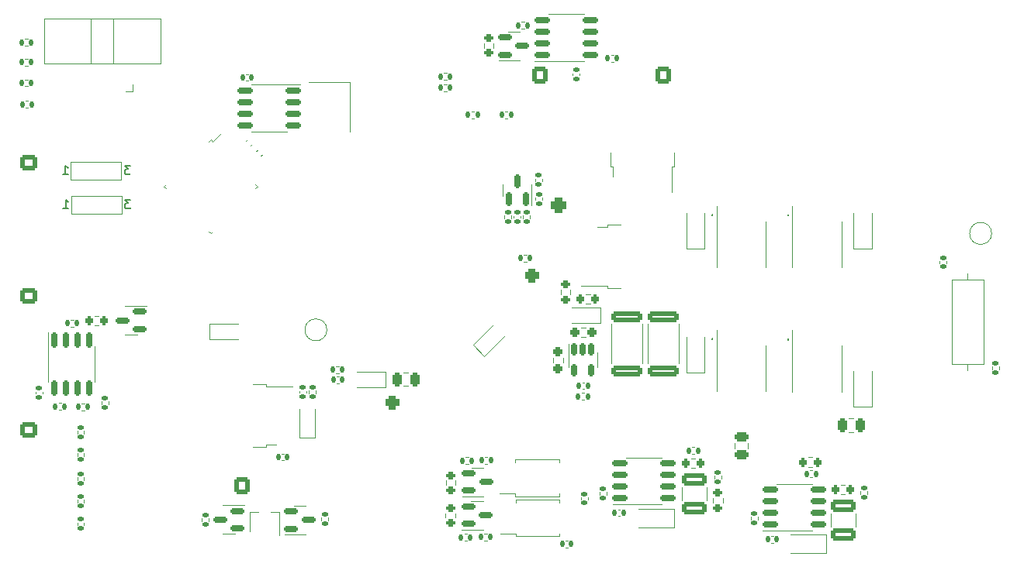
<source format=gbr>
%TF.GenerationSoftware,KiCad,Pcbnew,(6.0.11)*%
%TF.CreationDate,2024-02-10T22:55:27+09:00*%
%TF.ProjectId,LargeMD,4c617267-654d-4442-9e6b-696361645f70,rev?*%
%TF.SameCoordinates,Original*%
%TF.FileFunction,Legend,Bot*%
%TF.FilePolarity,Positive*%
%FSLAX46Y46*%
G04 Gerber Fmt 4.6, Leading zero omitted, Abs format (unit mm)*
G04 Created by KiCad (PCBNEW (6.0.11)) date 2024-02-10 22:55:27*
%MOMM*%
%LPD*%
G01*
G04 APERTURE LIST*
G04 Aperture macros list*
%AMRoundRect*
0 Rectangle with rounded corners*
0 $1 Rounding radius*
0 $2 $3 $4 $5 $6 $7 $8 $9 X,Y pos of 4 corners*
0 Add a 4 corners polygon primitive as box body*
4,1,4,$2,$3,$4,$5,$6,$7,$8,$9,$2,$3,0*
0 Add four circle primitives for the rounded corners*
1,1,$1+$1,$2,$3*
1,1,$1+$1,$4,$5*
1,1,$1+$1,$6,$7*
1,1,$1+$1,$8,$9*
0 Add four rect primitives between the rounded corners*
20,1,$1+$1,$2,$3,$4,$5,0*
20,1,$1+$1,$4,$5,$6,$7,0*
20,1,$1+$1,$6,$7,$8,$9,0*
20,1,$1+$1,$8,$9,$2,$3,0*%
%AMRotRect*
0 Rectangle, with rotation*
0 The origin of the aperture is its center*
0 $1 length*
0 $2 width*
0 $3 Rotation angle, in degrees counterclockwise*
0 Add horizontal line*
21,1,$1,$2,0,0,$3*%
%AMFreePoly0*
4,1,6,1.000000,0.000000,0.500000,-0.750000,-0.500000,-0.750000,-0.500000,0.750000,0.500000,0.750000,1.000000,0.000000,1.000000,0.000000,$1*%
G04 Aperture macros list end*
%ADD10C,0.150000*%
%ADD11C,0.120000*%
%ADD12C,0.200000*%
%ADD13C,1.700000*%
%ADD14RoundRect,0.425000X0.425000X0.425000X-0.425000X0.425000X-0.425000X-0.425000X0.425000X-0.425000X0*%
%ADD15RoundRect,0.250000X-0.675000X0.600000X-0.675000X-0.600000X0.675000X-0.600000X0.675000X0.600000X0*%
%ADD16O,1.850000X1.700000*%
%ADD17C,1.400000*%
%ADD18R,3.500000X3.500000*%
%ADD19C,3.500000*%
%ADD20RoundRect,0.250000X0.600000X0.675000X-0.600000X0.675000X-0.600000X-0.675000X0.600000X-0.675000X0*%
%ADD21O,1.700000X1.850000*%
%ADD22RoundRect,0.381000X-0.381000X0.381000X-0.381000X-0.381000X0.381000X-0.381000X0.381000X0.381000X0*%
%ADD23C,1.524000*%
%ADD24R,1.700000X1.700000*%
%ADD25O,1.700000X1.700000*%
%ADD26RoundRect,0.250000X-0.600000X-0.675000X0.600000X-0.675000X0.600000X0.675000X-0.600000X0.675000X0*%
%ADD27R,1.600000X1.600000*%
%ADD28O,1.600000X1.600000*%
%ADD29RoundRect,0.250000X1.100000X-0.412500X1.100000X0.412500X-1.100000X0.412500X-1.100000X-0.412500X0*%
%ADD30RoundRect,0.135000X0.185000X-0.135000X0.185000X0.135000X-0.185000X0.135000X-0.185000X-0.135000X0*%
%ADD31RoundRect,0.135000X-0.135000X-0.185000X0.135000X-0.185000X0.135000X0.185000X-0.135000X0.185000X0*%
%ADD32RoundRect,0.250000X1.425000X-0.362500X1.425000X0.362500X-1.425000X0.362500X-1.425000X-0.362500X0*%
%ADD33RoundRect,0.140000X-0.170000X0.140000X-0.170000X-0.140000X0.170000X-0.140000X0.170000X0.140000X0*%
%ADD34R,0.900000X1.200000*%
%ADD35RoundRect,0.140000X-0.140000X-0.170000X0.140000X-0.170000X0.140000X0.170000X-0.140000X0.170000X0*%
%ADD36R,2.200000X1.200000*%
%ADD37R,6.400000X5.800000*%
%ADD38RoundRect,0.135000X-0.185000X0.135000X-0.185000X-0.135000X0.185000X-0.135000X0.185000X0.135000X0*%
%ADD39R,1.800000X2.100000*%
%ADD40C,2.000000*%
%ADD41R,1.500000X1.500000*%
%ADD42FreePoly0,0.000000*%
%ADD43FreePoly0,180.000000*%
%ADD44RoundRect,0.150000X-0.150000X0.512500X-0.150000X-0.512500X0.150000X-0.512500X0.150000X0.512500X0*%
%ADD45RoundRect,0.250000X-0.250000X-0.475000X0.250000X-0.475000X0.250000X0.475000X-0.250000X0.475000X0*%
%ADD46RoundRect,0.150000X0.587500X0.150000X-0.587500X0.150000X-0.587500X-0.150000X0.587500X-0.150000X0*%
%ADD47RoundRect,0.150000X-0.587500X-0.150000X0.587500X-0.150000X0.587500X0.150000X-0.587500X0.150000X0*%
%ADD48RoundRect,0.140000X0.021213X-0.219203X0.219203X-0.021213X-0.021213X0.219203X-0.219203X0.021213X0*%
%ADD49RoundRect,0.200000X0.200000X0.275000X-0.200000X0.275000X-0.200000X-0.275000X0.200000X-0.275000X0*%
%ADD50RoundRect,0.135000X0.135000X0.185000X-0.135000X0.185000X-0.135000X-0.185000X0.135000X-0.185000X0*%
%ADD51RoundRect,0.150000X0.150000X-0.587500X0.150000X0.587500X-0.150000X0.587500X-0.150000X-0.587500X0*%
%ADD52RoundRect,0.200000X0.275000X-0.200000X0.275000X0.200000X-0.275000X0.200000X-0.275000X-0.200000X0*%
%ADD53R,0.850000X2.225000*%
%ADD54R,4.700000X3.750000*%
%ADD55R,0.850000X1.825000*%
%ADD56R,2.000000X0.640000*%
%ADD57RoundRect,0.250000X-0.475000X0.250000X-0.475000X-0.250000X0.475000X-0.250000X0.475000X0.250000X0*%
%ADD58R,1.000000X1.000000*%
%ADD59RoundRect,0.125000X0.353553X0.530330X-0.530330X-0.353553X-0.353553X-0.530330X0.530330X0.353553X0*%
%ADD60RoundRect,0.125000X-0.353553X0.530330X-0.530330X0.353553X0.353553X-0.530330X0.530330X-0.353553X0*%
%ADD61RoundRect,0.200000X-0.275000X0.200000X-0.275000X-0.200000X0.275000X-0.200000X0.275000X0.200000X0*%
%ADD62RotRect,1.000000X1.000000X45.000000*%
%ADD63RoundRect,0.140000X0.170000X-0.140000X0.170000X0.140000X-0.170000X0.140000X-0.170000X-0.140000X0*%
%ADD64R,1.200000X0.900000*%
%ADD65RoundRect,0.140000X0.140000X0.170000X-0.140000X0.170000X-0.140000X-0.170000X0.140000X-0.170000X0*%
%ADD66R,1.200000X2.200000*%
%ADD67R,5.800000X6.400000*%
%ADD68R,0.700000X1.000000*%
%ADD69RoundRect,0.200000X-0.200000X-0.275000X0.200000X-0.275000X0.200000X0.275000X-0.200000X0.275000X0*%
%ADD70RoundRect,0.150000X-0.675000X-0.150000X0.675000X-0.150000X0.675000X0.150000X-0.675000X0.150000X0*%
%ADD71RoundRect,0.237500X-0.250000X-0.237500X0.250000X-0.237500X0.250000X0.237500X-0.250000X0.237500X0*%
%ADD72O,1.000000X1.000000*%
%ADD73RoundRect,0.150000X-0.150000X0.675000X-0.150000X-0.675000X0.150000X-0.675000X0.150000X0.675000X0*%
%ADD74C,1.600000*%
%ADD75RoundRect,0.237500X-0.237500X0.250000X-0.237500X-0.250000X0.237500X-0.250000X0.237500X0.250000X0*%
%ADD76RoundRect,0.150000X0.675000X0.150000X-0.675000X0.150000X-0.675000X-0.150000X0.675000X-0.150000X0*%
G04 APERTURE END LIST*
D10*
%TO.C,JP2*%
X56333333Y-56092380D02*
X55714285Y-56092380D01*
X56047619Y-56473333D01*
X55904761Y-56473333D01*
X55809523Y-56520952D01*
X55761904Y-56568571D01*
X55714285Y-56663809D01*
X55714285Y-56901904D01*
X55761904Y-56997142D01*
X55809523Y-57044761D01*
X55904761Y-57092380D01*
X56190476Y-57092380D01*
X56285714Y-57044761D01*
X56333333Y-56997142D01*
X48964285Y-57092380D02*
X49535714Y-57092380D01*
X49250000Y-57092380D02*
X49250000Y-56092380D01*
X49345238Y-56235238D01*
X49440476Y-56330476D01*
X49535714Y-56378095D01*
%TO.C,JP1*%
X48944285Y-53362380D02*
X49515714Y-53362380D01*
X49230000Y-53362380D02*
X49230000Y-52362380D01*
X49325238Y-52505238D01*
X49420476Y-52600476D01*
X49515714Y-52648095D01*
X56313333Y-52362380D02*
X55694285Y-52362380D01*
X56027619Y-52743333D01*
X55884761Y-52743333D01*
X55789523Y-52790952D01*
X55741904Y-52838571D01*
X55694285Y-52933809D01*
X55694285Y-53171904D01*
X55741904Y-53267142D01*
X55789523Y-53314761D01*
X55884761Y-53362380D01*
X56170476Y-53362380D01*
X56265714Y-53314761D01*
X56313333Y-53267142D01*
D11*
%TO.C,C30*%
X119210000Y-88981252D02*
X119210000Y-87558748D01*
X116490000Y-88981252D02*
X116490000Y-87558748D01*
%TO.C,R55*%
X108280000Y-88353641D02*
X108280000Y-88046359D01*
X107520000Y-88353641D02*
X107520000Y-88046359D01*
%TO.C,R48*%
X94999140Y-84980000D02*
X95306422Y-84980000D01*
X94999140Y-84220000D02*
X95306422Y-84220000D01*
%TO.C,R68*%
X112210000Y-74027064D02*
X112210000Y-69672936D01*
X108790000Y-74027064D02*
X108790000Y-69672936D01*
%TO.C,C1*%
X98174264Y-57892164D02*
X98174264Y-58107836D01*
X98894264Y-57892164D02*
X98894264Y-58107836D01*
%TO.C,D17*%
X115700000Y-91900000D02*
X111800000Y-91900000D01*
X115700000Y-89900000D02*
X115700000Y-91900000D01*
X115700000Y-89900000D02*
X111800000Y-89900000D01*
%TO.C,R5*%
X51280000Y-89203641D02*
X51280000Y-88896359D01*
X50520000Y-89203641D02*
X50520000Y-88896359D01*
%TO.C,C5*%
X72842164Y-83890000D02*
X73057836Y-83890000D01*
X72842164Y-84610000D02*
X73057836Y-84610000D01*
%TO.C,Q3*%
X108355000Y-65750000D02*
X108355000Y-65480000D01*
X108355000Y-59120000D02*
X107255000Y-59120000D01*
X109855000Y-58850000D02*
X108355000Y-58850000D01*
X108355000Y-65480000D02*
X105525000Y-65480000D01*
X109855000Y-65750000D02*
X108355000Y-65750000D01*
X108355000Y-58850000D02*
X108355000Y-59120000D01*
%TO.C,R19*%
X64120000Y-90926359D02*
X64120000Y-91233641D01*
X64880000Y-90926359D02*
X64880000Y-91233641D01*
%TO.C,R20*%
X78796359Y-74320000D02*
X79103641Y-74320000D01*
X78796359Y-75080000D02*
X79103641Y-75080000D01*
%TO.C,Y1*%
X80320000Y-43290000D02*
X80320000Y-48690000D01*
X75820000Y-43290000D02*
X80320000Y-43290000D01*
%TO.C,C26*%
X46710000Y-77092164D02*
X46710000Y-77307836D01*
X45990000Y-77092164D02*
X45990000Y-77307836D01*
%TO.C,R18*%
X77180000Y-90866359D02*
X77180000Y-91173641D01*
X77940000Y-90866359D02*
X77940000Y-91173641D01*
%TO.C,TP5*%
X150320000Y-59790000D02*
G75*
G03*
X150320000Y-59790000I-1200000J0D01*
G01*
%TO.C,JP2*%
X55350000Y-55690000D02*
X49850000Y-55690000D01*
X49850000Y-55690000D02*
X49850000Y-57640000D01*
X55350000Y-57640000D02*
X55350000Y-55690000D01*
X49850000Y-57640000D02*
X55350000Y-57640000D01*
%TO.C,U4*%
X107260000Y-73640000D02*
X107260000Y-72840000D01*
X104140000Y-73640000D02*
X104140000Y-74440000D01*
X107260000Y-73640000D02*
X107260000Y-74440000D01*
X104140000Y-73640000D02*
X104140000Y-71840000D01*
%TO.C,R67*%
X150370000Y-74346359D02*
X150370000Y-74653641D01*
X151130000Y-74346359D02*
X151130000Y-74653641D01*
%TO.C,C3*%
X86138748Y-76485000D02*
X86661252Y-76485000D01*
X86138748Y-75015000D02*
X86661252Y-75015000D01*
%TO.C,R7*%
X100504264Y-54113641D02*
X100504264Y-53806359D01*
X101264264Y-54113641D02*
X101264264Y-53806359D01*
%TO.C,Q6*%
X67062500Y-89520000D02*
X68737500Y-89520000D01*
X67062500Y-89520000D02*
X66412500Y-89520000D01*
X67062500Y-92640000D02*
X66412500Y-92640000D01*
X67062500Y-92640000D02*
X67712500Y-92640000D01*
%TO.C,R56*%
X90546359Y-43005000D02*
X90853641Y-43005000D01*
X90546359Y-42245000D02*
X90853641Y-42245000D01*
%TO.C,D16*%
X132290000Y-92720000D02*
X128390000Y-92720000D01*
X132290000Y-94720000D02*
X128390000Y-94720000D01*
X132290000Y-92720000D02*
X132290000Y-94720000D01*
%TO.C,Q15*%
X98170000Y-40870000D02*
X98820000Y-40870000D01*
X98170000Y-37750000D02*
X98820000Y-37750000D01*
X98170000Y-37750000D02*
X97520000Y-37750000D01*
X98170000Y-40870000D02*
X96495000Y-40870000D01*
%TO.C,C10*%
X70050077Y-50815405D02*
X70202580Y-50662902D01*
X70559194Y-51324522D02*
X70711697Y-51172019D01*
%TO.C,R11*%
X106487258Y-66427500D02*
X106012742Y-66427500D01*
X106487258Y-67472500D02*
X106012742Y-67472500D01*
%TO.C,R36*%
X97503641Y-47210000D02*
X97196359Y-47210000D01*
X97503641Y-46450000D02*
X97196359Y-46450000D01*
%TO.C,Q2*%
X96990000Y-55062500D02*
X96990000Y-54412500D01*
X100110000Y-55062500D02*
X100110000Y-56737500D01*
X100110000Y-55062500D02*
X100110000Y-54412500D01*
X96990000Y-55062500D02*
X96990000Y-55712500D01*
%TO.C,C25*%
X105340000Y-42312164D02*
X105340000Y-42527836D01*
X104620000Y-42312164D02*
X104620000Y-42527836D01*
%TO.C,R53*%
X48803641Y-78320000D02*
X48496359Y-78320000D01*
X48803641Y-79080000D02*
X48496359Y-79080000D01*
%TO.C,R60*%
X119927500Y-89227258D02*
X119927500Y-88752742D01*
X120972500Y-89227258D02*
X120972500Y-88752742D01*
%TO.C,R16*%
X45123641Y-39290000D02*
X44816359Y-39290000D01*
X45123641Y-38530000D02*
X44816359Y-38530000D01*
%TO.C,R37*%
X116210000Y-74027064D02*
X116210000Y-69672936D01*
X112790000Y-74027064D02*
X112790000Y-69672936D01*
D12*
%TO.C,Q20*%
X128100000Y-57850000D02*
X128100000Y-57850000D01*
D11*
X128550000Y-63500000D02*
X128550000Y-56800000D01*
D12*
X128100000Y-57750000D02*
X128100000Y-57750000D01*
D11*
X133950000Y-63500000D02*
X133950000Y-58500000D01*
D12*
X128100000Y-57750000D02*
X128100000Y-57750000D01*
X128100000Y-57850000D02*
G75*
G03*
X128100000Y-57750000I0J50000D01*
G01*
X128100000Y-57850000D02*
G75*
G03*
X128100000Y-57750000I0J50000D01*
G01*
X128100000Y-57750000D02*
G75*
G03*
X128100000Y-57850000I0J-50000D01*
G01*
D11*
%TO.C,R12*%
X104332500Y-66437258D02*
X104332500Y-65962742D01*
X103287500Y-66437258D02*
X103287500Y-65962742D01*
%TO.C,C24*%
X106237781Y-88642164D02*
X106237781Y-88857836D01*
X105517781Y-88642164D02*
X105517781Y-88857836D01*
%TO.C,R44*%
X93231422Y-84245000D02*
X92924140Y-84245000D01*
X93231422Y-85005000D02*
X92924140Y-85005000D01*
%TO.C,U7*%
X103177780Y-89200001D02*
X103177780Y-88900001D01*
X103177780Y-92900001D02*
X103177780Y-92600001D01*
X98377780Y-88900001D02*
X98377780Y-89200001D01*
X98377780Y-92600001D02*
X98377780Y-92900001D01*
X98377780Y-92900001D02*
X103177780Y-92900001D01*
X98377780Y-92600001D02*
X96677780Y-92600001D01*
X103177780Y-88900001D02*
X98377780Y-88900001D01*
%TO.C,U2*%
X71170000Y-82880000D02*
X72270000Y-82880000D01*
X71170000Y-76520000D02*
X74000000Y-76520000D01*
X69670000Y-76250000D02*
X71170000Y-76250000D01*
X71170000Y-83150000D02*
X71170000Y-82880000D01*
X71170000Y-76250000D02*
X71170000Y-76520000D01*
X69670000Y-83150000D02*
X71170000Y-83150000D01*
%TO.C,U8*%
X98352781Y-88225000D02*
X98352781Y-88525000D01*
X98352781Y-88525000D02*
X103152781Y-88525000D01*
X103152781Y-84825000D02*
X103152781Y-84525000D01*
X103152781Y-88525000D02*
X103152781Y-88225000D01*
X98352781Y-88225000D02*
X96652781Y-88225000D01*
X103152781Y-84525000D02*
X98352781Y-84525000D01*
X98352781Y-84525000D02*
X98352781Y-84825000D01*
%TO.C,R66*%
X117596359Y-83170000D02*
X117903641Y-83170000D01*
X117596359Y-83930000D02*
X117903641Y-83930000D01*
%TO.C,C21*%
X123735000Y-82738748D02*
X123735000Y-83261252D01*
X122265000Y-82738748D02*
X122265000Y-83261252D01*
%TO.C,R52*%
X51303641Y-79130000D02*
X50996359Y-79130000D01*
X51303641Y-78370000D02*
X50996359Y-78370000D01*
%TO.C,R47*%
X94924140Y-93355000D02*
X95231422Y-93355000D01*
X94924140Y-92595000D02*
X95231422Y-92595000D01*
%TO.C,D8*%
X76500000Y-82150000D02*
X74800000Y-82150000D01*
X76500000Y-82150000D02*
X76500000Y-79000000D01*
X74800000Y-82150000D02*
X74800000Y-79000000D01*
%TO.C,U3*%
X65090000Y-49554689D02*
X65302132Y-49766821D01*
X65090000Y-59765311D02*
X64877868Y-59553179D01*
X69983179Y-54872132D02*
X70195311Y-54660000D01*
X59984689Y-54660000D02*
X60196821Y-54872132D01*
X65302132Y-59553179D02*
X65090000Y-59765311D01*
X64877868Y-49766821D02*
X65090000Y-49554689D01*
X65302132Y-49766821D02*
X66231977Y-48836976D01*
X70195311Y-54660000D02*
X69983179Y-54447868D01*
X60196821Y-54447868D02*
X59984689Y-54660000D01*
%TO.C,R38*%
X90730281Y-90387742D02*
X90730281Y-90862258D01*
X91775281Y-90387742D02*
X91775281Y-90862258D01*
%TO.C,R4*%
X99593641Y-62120000D02*
X99286359Y-62120000D01*
X99593641Y-62880000D02*
X99286359Y-62880000D01*
%TO.C,R64*%
X136020000Y-88273641D02*
X136020000Y-87966359D01*
X136780000Y-88273641D02*
X136780000Y-87966359D01*
%TO.C,R51*%
X90868641Y-44255000D02*
X90561359Y-44255000D01*
X90868641Y-43495000D02*
X90561359Y-43495000D01*
%TO.C,D15*%
X94947538Y-73194544D02*
X97174924Y-70967157D01*
X94947538Y-73194544D02*
X93745456Y-71992462D01*
X93745456Y-71992462D02*
X95972843Y-69765076D01*
%TO.C,JP1*%
X49830000Y-53910000D02*
X55330000Y-53910000D01*
X55330000Y-53910000D02*
X55330000Y-51960000D01*
X55330000Y-51960000D02*
X49830000Y-51960000D01*
X49830000Y-51960000D02*
X49830000Y-53910000D01*
%TO.C,C6*%
X75510000Y-77237836D02*
X75510000Y-77022164D01*
X74790000Y-77237836D02*
X74790000Y-77022164D01*
%TO.C,D23*%
X119000000Y-61500000D02*
X117000000Y-61500000D01*
X117000000Y-61500000D02*
X117000000Y-57600000D01*
X119000000Y-61500000D02*
X119000000Y-57600000D01*
%TO.C,R13*%
X45133641Y-40700000D02*
X44826359Y-40700000D01*
X45133641Y-41460000D02*
X44826359Y-41460000D01*
%TO.C,R65*%
X120820000Y-86276359D02*
X120820000Y-86583641D01*
X120060000Y-86276359D02*
X120060000Y-86583641D01*
%TO.C,C27*%
X126507836Y-92890000D02*
X126292164Y-92890000D01*
X126507836Y-93610000D02*
X126292164Y-93610000D01*
%TO.C,Q1*%
X115650000Y-52470000D02*
X115380000Y-52470000D01*
X115380000Y-52470000D02*
X115380000Y-55300000D01*
X115650000Y-50970000D02*
X115650000Y-52470000D01*
X109020000Y-52470000D02*
X109020000Y-53570000D01*
X108750000Y-50970000D02*
X108750000Y-52470000D01*
X108750000Y-52470000D02*
X109020000Y-52470000D01*
D12*
%TO.C,Q21*%
X119850000Y-71290000D02*
X119850000Y-71290000D01*
D11*
X120300000Y-77040000D02*
X120300000Y-70340000D01*
D12*
X119850000Y-71290000D02*
X119850000Y-71290000D01*
D11*
X125700000Y-77040000D02*
X125700000Y-72040000D01*
D12*
X119850000Y-71390000D02*
X119850000Y-71390000D01*
X119850000Y-71290000D02*
G75*
G03*
X119850000Y-71390000I0J-50000D01*
G01*
X119850000Y-71390000D02*
G75*
G03*
X119850000Y-71290000I0J50000D01*
G01*
X119850000Y-71390000D02*
G75*
G03*
X119850000Y-71290000I0J50000D01*
G01*
D11*
%TO.C,Q5*%
X69350000Y-92375000D02*
X69350000Y-90225000D01*
X72570000Y-92800000D02*
X72570000Y-90225000D01*
X70260000Y-90225000D02*
X69350000Y-90225000D01*
X72570000Y-90225000D02*
X71660000Y-90225000D01*
%TO.C,R58*%
X130282742Y-84267500D02*
X130757258Y-84267500D01*
X130282742Y-85312500D02*
X130757258Y-85312500D01*
%TO.C,R41*%
X52887258Y-68827500D02*
X52412742Y-68827500D01*
X52887258Y-69872500D02*
X52412742Y-69872500D01*
%TO.C,D21*%
X137250000Y-61500000D02*
X135250000Y-61500000D01*
X135250000Y-61500000D02*
X135250000Y-57600000D01*
X137250000Y-61500000D02*
X137250000Y-57600000D01*
%TO.C,R3*%
X51280000Y-86753641D02*
X51280000Y-86446359D01*
X50520000Y-86753641D02*
X50520000Y-86446359D01*
%TO.C,R15*%
X45173641Y-46080000D02*
X44866359Y-46080000D01*
X45173641Y-45320000D02*
X44866359Y-45320000D01*
%TO.C,U9*%
X128800000Y-92280000D02*
X130750000Y-92280000D01*
X128800000Y-87160000D02*
X126850000Y-87160000D01*
X128800000Y-87160000D02*
X130750000Y-87160000D01*
X128800000Y-92280000D02*
X125350000Y-92280000D01*
%TO.C,R57*%
X53930000Y-78146359D02*
X53930000Y-78453641D01*
X53170000Y-78146359D02*
X53170000Y-78453641D01*
%TO.C,R39*%
X91800281Y-86812742D02*
X91800281Y-87287258D01*
X90755281Y-86812742D02*
X90755281Y-87287258D01*
%TO.C,U10*%
X112400000Y-89410000D02*
X114350000Y-89410000D01*
X112400000Y-84290000D02*
X114350000Y-84290000D01*
X112400000Y-84290000D02*
X110450000Y-84290000D01*
X112400000Y-89410000D02*
X108950000Y-89410000D01*
%TO.C,C20*%
X134738748Y-80015000D02*
X135261252Y-80015000D01*
X134738748Y-81485000D02*
X135261252Y-81485000D01*
%TO.C,D20*%
X137250000Y-78750000D02*
X135250000Y-78750000D01*
X137250000Y-78750000D02*
X137250000Y-74850000D01*
X135250000Y-78750000D02*
X135250000Y-74850000D01*
%TO.C,R42*%
X105495276Y-71122500D02*
X106004724Y-71122500D01*
X105495276Y-70077500D02*
X106004724Y-70077500D01*
%TO.C,R8*%
X99180000Y-57846359D02*
X99180000Y-58153641D01*
X99940000Y-57846359D02*
X99940000Y-58153641D01*
%TO.C,J3*%
X56540000Y-44242500D02*
X56540000Y-43482500D01*
X54440000Y-36312500D02*
X54440000Y-41212500D01*
X52040000Y-36312500D02*
X52040000Y-41212500D01*
X55780000Y-44242500D02*
X56540000Y-44242500D01*
X59590000Y-41212500D02*
X46890000Y-41212500D01*
X46890000Y-41212500D02*
X46890000Y-36312500D01*
X46890000Y-36312500D02*
X59590000Y-36312500D01*
X59590000Y-36312500D02*
X59590000Y-41212500D01*
%TO.C,R22*%
X75820000Y-76946359D02*
X75820000Y-77253641D01*
X76580000Y-76946359D02*
X76580000Y-77253641D01*
%TO.C,R61*%
X117512742Y-84377500D02*
X117987258Y-84377500D01*
X117512742Y-85422500D02*
X117987258Y-85422500D01*
%TO.C,D1*%
X107650000Y-67900000D02*
X107650000Y-69600000D01*
X107650000Y-67900000D02*
X104500000Y-67900000D01*
X107650000Y-69600000D02*
X104500000Y-69600000D01*
%TO.C,C29*%
X132800000Y-91841252D02*
X132800000Y-90418748D01*
X135520000Y-91841252D02*
X135520000Y-90418748D01*
%TO.C,R63*%
X130466359Y-85700000D02*
X130773641Y-85700000D01*
X130466359Y-86460000D02*
X130773641Y-86460000D01*
%TO.C,R54*%
X124780000Y-91073641D02*
X124780000Y-90766359D01*
X124020000Y-91073641D02*
X124020000Y-90766359D01*
%TO.C,C22*%
X105857836Y-76810000D02*
X105642164Y-76810000D01*
X105857836Y-76090000D02*
X105642164Y-76090000D01*
%TO.C,R45*%
X99323641Y-37420000D02*
X99016359Y-37420000D01*
X99323641Y-36660000D02*
X99016359Y-36660000D01*
%TO.C,R9*%
X97144264Y-58153641D02*
X97144264Y-57846359D01*
X97904264Y-58153641D02*
X97904264Y-57846359D01*
%TO.C,R2*%
X50520000Y-84153641D02*
X50520000Y-83846359D01*
X51280000Y-84153641D02*
X51280000Y-83846359D01*
%TO.C,R33*%
X93543859Y-47230000D02*
X93851141Y-47230000D01*
X93543859Y-46470000D02*
X93851141Y-46470000D01*
%TO.C,C28*%
X109777836Y-90680000D02*
X109562164Y-90680000D01*
X109777836Y-89960000D02*
X109562164Y-89960000D01*
D12*
%TO.C,Q19*%
X128090000Y-71330000D02*
X128090000Y-71330000D01*
X128090000Y-71430000D02*
X128090000Y-71430000D01*
D11*
X128540000Y-77080000D02*
X128540000Y-70380000D01*
X133940000Y-77080000D02*
X133940000Y-72080000D01*
D12*
X128090000Y-71330000D02*
X128090000Y-71330000D01*
X128090000Y-71430000D02*
G75*
G03*
X128090000Y-71330000I0J50000D01*
G01*
X128090000Y-71330000D02*
G75*
G03*
X128090000Y-71430000I0J-50000D01*
G01*
X128090000Y-71430000D02*
G75*
G03*
X128090000Y-71330000I0J50000D01*
G01*
D11*
%TO.C,C7*%
X68962164Y-43120000D02*
X69177836Y-43120000D01*
X68962164Y-42400000D02*
X69177836Y-42400000D01*
%TO.C,R6*%
X51280000Y-91703641D02*
X51280000Y-91396359D01*
X50520000Y-91703641D02*
X50520000Y-91396359D01*
%TO.C,U6*%
X52460000Y-74050000D02*
X52460000Y-72100000D01*
X47340000Y-74050000D02*
X47340000Y-76000000D01*
X47340000Y-74050000D02*
X47340000Y-70600000D01*
X52460000Y-74050000D02*
X52460000Y-76000000D01*
%TO.C,R62*%
X149420000Y-74070000D02*
X145980000Y-74070000D01*
X147700000Y-74760000D02*
X147700000Y-74070000D01*
X145980000Y-74070000D02*
X145980000Y-64830000D01*
X145980000Y-64830000D02*
X149420000Y-64830000D01*
X149420000Y-64830000D02*
X149420000Y-74070000D01*
X147700000Y-64140000D02*
X147700000Y-64830000D01*
%TO.C,R50*%
X108776359Y-40260000D02*
X109083641Y-40260000D01*
X108776359Y-41020000D02*
X109083641Y-41020000D01*
%TO.C,C31*%
X145380000Y-63067836D02*
X145380000Y-62852164D01*
X144660000Y-63067836D02*
X144660000Y-62852164D01*
%TO.C,Q17*%
X94152781Y-89040000D02*
X94802781Y-89040000D01*
X94152781Y-89040000D02*
X93502781Y-89040000D01*
X94152781Y-92160000D02*
X92477781Y-92160000D01*
X94152781Y-92160000D02*
X94802781Y-92160000D01*
%TO.C,D22*%
X119000000Y-75000000D02*
X119000000Y-71100000D01*
X117000000Y-75000000D02*
X117000000Y-71100000D01*
X119000000Y-75000000D02*
X117000000Y-75000000D01*
%TO.C,R40*%
X95952500Y-39487258D02*
X95952500Y-39012742D01*
X94907500Y-39487258D02*
X94907500Y-39012742D01*
%TO.C,C23*%
X104035617Y-93390000D02*
X103819945Y-93390000D01*
X104035617Y-94110000D02*
X103819945Y-94110000D01*
%TO.C,R43*%
X92774140Y-92620000D02*
X93081422Y-92620000D01*
X92774140Y-93380000D02*
X93081422Y-93380000D01*
%TO.C,R46*%
X49796359Y-69980000D02*
X50103641Y-69980000D01*
X49796359Y-69220000D02*
X50103641Y-69220000D01*
%TO.C,R59*%
X133852742Y-88332500D02*
X134327258Y-88332500D01*
X133852742Y-87287500D02*
X134327258Y-87287500D01*
%TO.C,U5*%
X103910000Y-35830000D02*
X101960000Y-35830000D01*
X103910000Y-40950000D02*
X105860000Y-40950000D01*
X103910000Y-40950000D02*
X100460000Y-40950000D01*
X103910000Y-35830000D02*
X105860000Y-35830000D01*
%TO.C,R10*%
X100520000Y-55846359D02*
X100520000Y-56153641D01*
X101280000Y-55846359D02*
X101280000Y-56153641D01*
%TO.C,R17*%
X105873641Y-78000000D02*
X105566359Y-78000000D01*
X105873641Y-77240000D02*
X105566359Y-77240000D01*
%TO.C,D7*%
X84200000Y-74900000D02*
X81050000Y-74900000D01*
X84200000Y-76600000D02*
X81050000Y-76600000D01*
X84200000Y-74900000D02*
X84200000Y-76600000D01*
%TO.C,Q16*%
X56400000Y-67740000D02*
X55750000Y-67740000D01*
X56400000Y-70860000D02*
X57050000Y-70860000D01*
X56400000Y-67740000D02*
X58075000Y-67740000D01*
X56400000Y-70860000D02*
X55750000Y-70860000D01*
%TO.C,C4*%
X79057836Y-76160000D02*
X78842164Y-76160000D01*
X79057836Y-75440000D02*
X78842164Y-75440000D01*
%TO.C,Q18*%
X94202781Y-85390000D02*
X94852781Y-85390000D01*
X94202781Y-88510000D02*
X92527781Y-88510000D01*
X94202781Y-88510000D02*
X94852781Y-88510000D01*
X94202781Y-85390000D02*
X93552781Y-85390000D01*
%TO.C,R1*%
X51280000Y-81653641D02*
X51280000Y-81346359D01*
X50520000Y-81653641D02*
X50520000Y-81346359D01*
%TO.C,D9*%
X64970000Y-71340000D02*
X64970000Y-69640000D01*
X64970000Y-69640000D02*
X68120000Y-69640000D01*
X64970000Y-71340000D02*
X68120000Y-71340000D01*
%TO.C,R49*%
X102477500Y-73385276D02*
X102477500Y-73894724D01*
X103522500Y-73385276D02*
X103522500Y-73894724D01*
%TO.C,R14*%
X45143641Y-43720000D02*
X44836359Y-43720000D01*
X45143641Y-42960000D02*
X44836359Y-42960000D01*
%TO.C,U11*%
X71440000Y-48660000D02*
X69490000Y-48660000D01*
X71440000Y-43540000D02*
X69490000Y-43540000D01*
X71440000Y-43540000D02*
X74890000Y-43540000D01*
X71440000Y-48660000D02*
X73390000Y-48660000D01*
D12*
%TO.C,Q22*%
X119840000Y-57820000D02*
X119840000Y-57820000D01*
D11*
X120290000Y-63470000D02*
X120290000Y-56770000D01*
D12*
X119840000Y-57720000D02*
X119840000Y-57720000D01*
D11*
X125690000Y-63470000D02*
X125690000Y-58470000D01*
D12*
X119840000Y-57720000D02*
X119840000Y-57720000D01*
X119840000Y-57820000D02*
G75*
G03*
X119840000Y-57720000I0J50000D01*
G01*
X119840000Y-57720000D02*
G75*
G03*
X119840000Y-57820000I0J-50000D01*
G01*
X119840000Y-57820000D02*
G75*
G03*
X119840000Y-57720000I0J50000D01*
G01*
D11*
%TO.C,Q4*%
X74820000Y-92680000D02*
X75470000Y-92680000D01*
X74820000Y-89560000D02*
X75470000Y-89560000D01*
X74820000Y-92680000D02*
X73145000Y-92680000D01*
X74820000Y-89560000D02*
X74170000Y-89560000D01*
%TO.C,TP4*%
X77770000Y-70330000D02*
G75*
G03*
X77770000Y-70330000I-1200000J0D01*
G01*
%TO.C,C11*%
X68925779Y-49691104D02*
X69078282Y-49538601D01*
X69434896Y-50200221D02*
X69587399Y-50047718D01*
%TD*%
%LPC*%
D13*
%TO.C,SW3*%
X103040000Y-49100000D03*
X103040000Y-59260000D03*
D14*
X103040000Y-56720000D03*
D13*
X103040000Y-54180000D03*
X103040000Y-51640000D03*
%TD*%
D15*
%TO.C,J10*%
X45200000Y-52100000D03*
D16*
X45200000Y-54600000D03*
X45200000Y-57100000D03*
X45200000Y-59600000D03*
%TD*%
D17*
%TO.C,J1*%
X130500000Y-38925000D03*
X119500000Y-38925000D03*
D18*
X127500000Y-48925000D03*
D19*
X122500000Y-48925000D03*
%TD*%
D20*
%TO.C,J8*%
X101000000Y-42500000D03*
D21*
X98500000Y-42500000D03*
X96000000Y-42500000D03*
X93500000Y-42500000D03*
%TD*%
D15*
%TO.C,J4*%
X45200000Y-81250000D03*
D16*
X45200000Y-83750000D03*
%TD*%
D15*
%TO.C,J9*%
X45200000Y-66650000D03*
D16*
X45200000Y-69150000D03*
X45200000Y-71650000D03*
X45200000Y-74150000D03*
%TD*%
D22*
%TO.C,SW2*%
X100171000Y-64420000D03*
D23*
X97631000Y-64420000D03*
X95091000Y-64420000D03*
%TD*%
D17*
%TO.C,J2*%
X134000000Y-44900000D03*
X145000000Y-44900000D03*
D18*
X137000000Y-49900000D03*
D19*
X142000000Y-49900000D03*
%TD*%
D24*
%TO.C,JP4*%
X54900000Y-72625000D03*
D25*
X54900000Y-75165000D03*
%TD*%
D26*
%TO.C,J5*%
X68500000Y-87350000D03*
D21*
X71000000Y-87350000D03*
X73500000Y-87350000D03*
%TD*%
D20*
%TO.C,J7*%
X114500000Y-42470000D03*
D21*
X112000000Y-42470000D03*
X109500000Y-42470000D03*
X107000000Y-42470000D03*
%TD*%
D17*
%TO.C,J6*%
X142850000Y-63950000D03*
X142850000Y-74950000D03*
D18*
X137850000Y-66950000D03*
D19*
X137850000Y-71950000D03*
%TD*%
D22*
%TO.C,U1*%
X84940000Y-78300000D03*
D23*
X82400000Y-78300000D03*
X79860000Y-78300000D03*
%TD*%
D27*
%TO.C,SW1*%
X53050000Y-81475000D03*
D28*
X53050000Y-84015000D03*
X53050000Y-86555000D03*
X53050000Y-89095000D03*
X53050000Y-91635000D03*
X60670000Y-91635000D03*
X60670000Y-89095000D03*
X60670000Y-86555000D03*
X60670000Y-84015000D03*
X60670000Y-81475000D03*
%TD*%
D24*
%TO.C,JP3*%
X87970000Y-41010000D03*
D25*
X87970000Y-43550000D03*
%TD*%
D29*
%TO.C,C30*%
X117850000Y-89832500D03*
X117850000Y-86707500D03*
%TD*%
D30*
%TO.C,R55*%
X107900000Y-88710000D03*
X107900000Y-87690000D03*
%TD*%
D31*
%TO.C,R48*%
X94642781Y-84600000D03*
X95662781Y-84600000D03*
%TD*%
D32*
%TO.C,R68*%
X110500000Y-74812500D03*
X110500000Y-68887500D03*
%TD*%
D33*
%TO.C,C1*%
X98534264Y-57520000D03*
X98534264Y-58480000D03*
%TD*%
D34*
%TO.C,D17*%
X115100000Y-90900000D03*
X111800000Y-90900000D03*
%TD*%
D30*
%TO.C,R5*%
X50900000Y-89560000D03*
X50900000Y-88540000D03*
%TD*%
D35*
%TO.C,C5*%
X72470000Y-84250000D03*
X73430000Y-84250000D03*
%TD*%
D36*
%TO.C,Q3*%
X106625000Y-64580000D03*
D37*
X112925000Y-62300000D03*
D36*
X106625000Y-60020000D03*
%TD*%
D38*
%TO.C,R19*%
X64500000Y-90570000D03*
X64500000Y-91590000D03*
%TD*%
D31*
%TO.C,R20*%
X78440000Y-74700000D03*
X79460000Y-74700000D03*
%TD*%
D39*
%TO.C,Y1*%
X79220000Y-44540000D03*
X79220000Y-47440000D03*
X76920000Y-47440000D03*
X76920000Y-44540000D03*
%TD*%
D33*
%TO.C,C26*%
X46350000Y-76720000D03*
X46350000Y-77680000D03*
%TD*%
D38*
%TO.C,R18*%
X77560000Y-90510000D03*
X77560000Y-91530000D03*
%TD*%
D40*
%TO.C,TP5*%
X149120000Y-59790000D03*
%TD*%
D41*
%TO.C,JP2*%
X53800000Y-56640000D03*
X51400000Y-56640000D03*
D42*
X50600000Y-56640000D03*
D43*
X54600000Y-56640000D03*
%TD*%
D44*
%TO.C,U4*%
X104750000Y-72502500D03*
X105700000Y-72502500D03*
X106650000Y-72502500D03*
X106650000Y-74777500D03*
X104750000Y-74777500D03*
%TD*%
D38*
%TO.C,R67*%
X150750000Y-73990000D03*
X150750000Y-75010000D03*
%TD*%
D45*
%TO.C,C3*%
X85450000Y-75750000D03*
X87350000Y-75750000D03*
%TD*%
D30*
%TO.C,R7*%
X100884264Y-54470000D03*
X100884264Y-53450000D03*
%TD*%
D46*
%TO.C,Q6*%
X68000000Y-90130000D03*
X68000000Y-92030000D03*
X66125000Y-91080000D03*
%TD*%
D31*
%TO.C,R56*%
X90190000Y-42625000D03*
X91210000Y-42625000D03*
%TD*%
D34*
%TO.C,D16*%
X131690000Y-93720000D03*
X128390000Y-93720000D03*
%TD*%
D47*
%TO.C,Q15*%
X97232500Y-40260000D03*
X97232500Y-38360000D03*
X99107500Y-39310000D03*
%TD*%
D48*
%TO.C,C10*%
X70041476Y-51333123D03*
X70720298Y-50654301D03*
%TD*%
D49*
%TO.C,R11*%
X107075000Y-66950000D03*
X105425000Y-66950000D03*
%TD*%
D50*
%TO.C,R36*%
X97860000Y-46830000D03*
X96840000Y-46830000D03*
%TD*%
D51*
%TO.C,Q2*%
X99500000Y-56000000D03*
X97600000Y-56000000D03*
X98550000Y-54125000D03*
%TD*%
D33*
%TO.C,C25*%
X104980000Y-41940000D03*
X104980000Y-42900000D03*
%TD*%
D50*
%TO.C,R53*%
X49160000Y-78700000D03*
X48140000Y-78700000D03*
%TD*%
D52*
%TO.C,R60*%
X120450000Y-89815000D03*
X120450000Y-88165000D03*
%TD*%
D50*
%TO.C,R16*%
X45480000Y-38910000D03*
X44460000Y-38910000D03*
%TD*%
D32*
%TO.C,R37*%
X114500000Y-74812500D03*
X114500000Y-68887500D03*
%TD*%
D53*
%TO.C,Q20*%
X129345000Y-57862500D03*
X130615000Y-57862500D03*
X131885000Y-57862500D03*
X133155000Y-57862500D03*
D54*
X131250000Y-61550000D03*
D55*
X129345000Y-64337500D03*
X130615000Y-64337500D03*
X131885000Y-64337500D03*
X133155000Y-64337500D03*
%TD*%
D52*
%TO.C,R12*%
X103810000Y-67025000D03*
X103810000Y-65375000D03*
%TD*%
D33*
%TO.C,C24*%
X105877781Y-88270000D03*
X105877781Y-89230000D03*
%TD*%
D50*
%TO.C,R44*%
X93587781Y-84625000D03*
X92567781Y-84625000D03*
%TD*%
D56*
%TO.C,U7*%
X97627780Y-92170001D03*
X97627780Y-90900001D03*
X97627780Y-89630001D03*
X103927780Y-89630001D03*
X103927780Y-90900001D03*
X103927780Y-92170001D03*
%TD*%
D36*
%TO.C,U2*%
X72900000Y-77420000D03*
D37*
X66600000Y-79700000D03*
D36*
X72900000Y-79700000D03*
X72900000Y-81980000D03*
%TD*%
D56*
%TO.C,U8*%
X97602781Y-87795000D03*
X97602781Y-86525000D03*
X97602781Y-85255000D03*
X103902781Y-85255000D03*
X103902781Y-86525000D03*
X103902781Y-87795000D03*
%TD*%
D31*
%TO.C,R66*%
X117240000Y-83550000D03*
X118260000Y-83550000D03*
%TD*%
D57*
%TO.C,C21*%
X123000000Y-82050000D03*
X123000000Y-83950000D03*
%TD*%
D50*
%TO.C,R52*%
X51660000Y-78750000D03*
X50640000Y-78750000D03*
%TD*%
D31*
%TO.C,R47*%
X94567781Y-92975000D03*
X95587781Y-92975000D03*
%TD*%
D58*
%TO.C,D8*%
X75650000Y-81500000D03*
X75650000Y-79000000D03*
%TD*%
D59*
%TO.C,U3*%
X66062272Y-49727930D03*
X66627957Y-50293616D03*
X67193643Y-50859301D03*
X67759328Y-51424986D03*
X68325014Y-51990672D03*
X68890699Y-52556357D03*
X69456384Y-53122043D03*
X70022070Y-53687728D03*
D60*
X70022070Y-55632272D03*
X69456384Y-56197957D03*
X68890699Y-56763643D03*
X68325014Y-57329328D03*
X67759328Y-57895014D03*
X67193643Y-58460699D03*
X66627957Y-59026384D03*
X66062272Y-59592070D03*
D59*
X64117728Y-59592070D03*
X63552043Y-59026384D03*
X62986357Y-58460699D03*
X62420672Y-57895014D03*
X61854986Y-57329328D03*
X61289301Y-56763643D03*
X60723616Y-56197957D03*
X60157930Y-55632272D03*
D60*
X60157930Y-53687728D03*
X60723616Y-53122043D03*
X61289301Y-52556357D03*
X61854986Y-51990672D03*
X62420672Y-51424986D03*
X62986357Y-50859301D03*
X63552043Y-50293616D03*
X64117728Y-49727930D03*
%TD*%
D61*
%TO.C,R38*%
X91252781Y-89800000D03*
X91252781Y-91450000D03*
%TD*%
D50*
%TO.C,R4*%
X99950000Y-62500000D03*
X98930000Y-62500000D03*
%TD*%
D30*
%TO.C,R64*%
X136400000Y-88630000D03*
X136400000Y-87610000D03*
%TD*%
D50*
%TO.C,R51*%
X91225000Y-43875000D03*
X90205000Y-43875000D03*
%TD*%
D62*
%TO.C,D15*%
X94806117Y-72133883D03*
X96573883Y-70366117D03*
%TD*%
D41*
%TO.C,JP1*%
X53780000Y-52910000D03*
X51380000Y-52910000D03*
D42*
X50580000Y-52910000D03*
D43*
X54580000Y-52910000D03*
%TD*%
D63*
%TO.C,C6*%
X75150000Y-77610000D03*
X75150000Y-76650000D03*
%TD*%
D64*
%TO.C,D23*%
X118000000Y-60900000D03*
X118000000Y-57600000D03*
%TD*%
D50*
%TO.C,R13*%
X45490000Y-41080000D03*
X44470000Y-41080000D03*
%TD*%
D38*
%TO.C,R65*%
X120440000Y-85920000D03*
X120440000Y-86940000D03*
%TD*%
D65*
%TO.C,C27*%
X126880000Y-93250000D03*
X125920000Y-93250000D03*
%TD*%
D66*
%TO.C,Q1*%
X114480000Y-54200000D03*
D67*
X112200000Y-47900000D03*
D66*
X109920000Y-54200000D03*
%TD*%
D53*
%TO.C,Q21*%
X121095000Y-71402500D03*
X122365000Y-71402500D03*
X123635000Y-71402500D03*
X124905000Y-71402500D03*
D55*
X121095000Y-77877500D03*
X124905000Y-77877500D03*
X122365000Y-77877500D03*
X123635000Y-77877500D03*
D54*
X123000000Y-75090000D03*
%TD*%
D68*
%TO.C,Q5*%
X71910000Y-92500000D03*
X70010000Y-92500000D03*
X70960000Y-90100000D03*
%TD*%
D69*
%TO.C,R58*%
X129695000Y-84790000D03*
X131345000Y-84790000D03*
%TD*%
D49*
%TO.C,R41*%
X53475000Y-69350000D03*
X51825000Y-69350000D03*
%TD*%
D64*
%TO.C,D21*%
X136250000Y-60900000D03*
X136250000Y-57600000D03*
%TD*%
D30*
%TO.C,R3*%
X50900000Y-87110000D03*
X50900000Y-86090000D03*
%TD*%
D50*
%TO.C,R15*%
X45530000Y-45700000D03*
X44510000Y-45700000D03*
%TD*%
D70*
%TO.C,U9*%
X126175000Y-91625000D03*
X126175000Y-90355000D03*
X126175000Y-89085000D03*
X126175000Y-87815000D03*
X131425000Y-87815000D03*
X131425000Y-89085000D03*
X131425000Y-90355000D03*
X131425000Y-91625000D03*
%TD*%
D38*
%TO.C,R57*%
X53550000Y-77790000D03*
X53550000Y-78810000D03*
%TD*%
D61*
%TO.C,R39*%
X91277781Y-86225000D03*
X91277781Y-87875000D03*
%TD*%
D70*
%TO.C,U10*%
X109775000Y-88755000D03*
X109775000Y-87485000D03*
X109775000Y-86215000D03*
X109775000Y-84945000D03*
X115025000Y-84945000D03*
X115025000Y-86215000D03*
X115025000Y-87485000D03*
X115025000Y-88755000D03*
%TD*%
D45*
%TO.C,C20*%
X134050000Y-80750000D03*
X135950000Y-80750000D03*
%TD*%
D64*
%TO.C,D20*%
X136250000Y-78150000D03*
X136250000Y-74850000D03*
%TD*%
D71*
%TO.C,R42*%
X104837500Y-70600000D03*
X106662500Y-70600000D03*
%TD*%
D38*
%TO.C,R8*%
X99560000Y-57490000D03*
X99560000Y-58510000D03*
%TD*%
D58*
%TO.C,J3*%
X55780000Y-43482500D03*
D72*
X55780000Y-42212500D03*
X54510000Y-43482500D03*
X54510000Y-42212500D03*
X53240000Y-43482500D03*
X53240000Y-42212500D03*
X51970000Y-43482500D03*
X51970000Y-42212500D03*
X50700000Y-43482500D03*
X50700000Y-42212500D03*
%TD*%
D38*
%TO.C,R22*%
X76200000Y-76590000D03*
X76200000Y-77610000D03*
%TD*%
D69*
%TO.C,R61*%
X116925000Y-84900000D03*
X118575000Y-84900000D03*
%TD*%
D58*
%TO.C,D1*%
X107000000Y-68750000D03*
X104500000Y-68750000D03*
%TD*%
D29*
%TO.C,C29*%
X134160000Y-92692500D03*
X134160000Y-89567500D03*
%TD*%
D31*
%TO.C,R63*%
X130110000Y-86080000D03*
X131130000Y-86080000D03*
%TD*%
D30*
%TO.C,R54*%
X124400000Y-91430000D03*
X124400000Y-90410000D03*
%TD*%
D65*
%TO.C,C22*%
X106230000Y-76450000D03*
X105270000Y-76450000D03*
%TD*%
D50*
%TO.C,R45*%
X99680000Y-37040000D03*
X98660000Y-37040000D03*
%TD*%
D30*
%TO.C,R9*%
X97524264Y-58510000D03*
X97524264Y-57490000D03*
%TD*%
%TO.C,R2*%
X50900000Y-84510000D03*
X50900000Y-83490000D03*
%TD*%
D31*
%TO.C,R33*%
X93187500Y-46850000D03*
X94207500Y-46850000D03*
%TD*%
D65*
%TO.C,C28*%
X110150000Y-90320000D03*
X109190000Y-90320000D03*
%TD*%
D53*
%TO.C,Q19*%
X129335000Y-71442500D03*
X130605000Y-71442500D03*
X131875000Y-71442500D03*
X133145000Y-71442500D03*
D55*
X130605000Y-77917500D03*
X133145000Y-77917500D03*
X129335000Y-77917500D03*
D54*
X131240000Y-75130000D03*
D55*
X131875000Y-77917500D03*
%TD*%
D35*
%TO.C,C7*%
X68590000Y-42760000D03*
X69550000Y-42760000D03*
%TD*%
D30*
%TO.C,R6*%
X50900000Y-92060000D03*
X50900000Y-91040000D03*
%TD*%
D73*
%TO.C,U6*%
X47995000Y-71425000D03*
X49265000Y-71425000D03*
X50535000Y-71425000D03*
X51805000Y-71425000D03*
X51805000Y-76675000D03*
X50535000Y-76675000D03*
X49265000Y-76675000D03*
X47995000Y-76675000D03*
%TD*%
D74*
%TO.C,R62*%
X147700000Y-75800000D03*
D28*
X147700000Y-63100000D03*
%TD*%
D31*
%TO.C,R50*%
X108420000Y-40640000D03*
X109440000Y-40640000D03*
%TD*%
D63*
%TO.C,C31*%
X145020000Y-63440000D03*
X145020000Y-62480000D03*
%TD*%
D47*
%TO.C,Q17*%
X93215281Y-91550000D03*
X93215281Y-89650000D03*
X95090281Y-90600000D03*
%TD*%
D64*
%TO.C,D22*%
X118000000Y-74400000D03*
X118000000Y-71100000D03*
%TD*%
D52*
%TO.C,R40*%
X95430000Y-40075000D03*
X95430000Y-38425000D03*
%TD*%
D65*
%TO.C,C23*%
X104407781Y-93750000D03*
X103447781Y-93750000D03*
%TD*%
D31*
%TO.C,R43*%
X92417781Y-93000000D03*
X93437781Y-93000000D03*
%TD*%
%TO.C,R46*%
X49440000Y-69600000D03*
X50460000Y-69600000D03*
%TD*%
D69*
%TO.C,R59*%
X133265000Y-87810000D03*
X134915000Y-87810000D03*
%TD*%
D70*
%TO.C,U5*%
X101285000Y-40295000D03*
X101285000Y-39025000D03*
X101285000Y-37755000D03*
X101285000Y-36485000D03*
X106535000Y-36485000D03*
X106535000Y-37755000D03*
X106535000Y-39025000D03*
X106535000Y-40295000D03*
%TD*%
D38*
%TO.C,R10*%
X100900000Y-55490000D03*
X100900000Y-56510000D03*
%TD*%
D50*
%TO.C,R17*%
X106230000Y-77620000D03*
X105210000Y-77620000D03*
%TD*%
D58*
%TO.C,D7*%
X83550000Y-75750000D03*
X81050000Y-75750000D03*
%TD*%
D46*
%TO.C,Q16*%
X57337500Y-68350000D03*
X57337500Y-70250000D03*
X55462500Y-69300000D03*
%TD*%
D65*
%TO.C,C4*%
X79430000Y-75800000D03*
X78470000Y-75800000D03*
%TD*%
D47*
%TO.C,Q18*%
X93265281Y-87900000D03*
X93265281Y-86000000D03*
X95140281Y-86950000D03*
%TD*%
D30*
%TO.C,R1*%
X50900000Y-82010000D03*
X50900000Y-80990000D03*
%TD*%
D58*
%TO.C,D9*%
X65620000Y-70490000D03*
X68120000Y-70490000D03*
%TD*%
D75*
%TO.C,R49*%
X103000000Y-72727500D03*
X103000000Y-74552500D03*
%TD*%
D50*
%TO.C,R14*%
X45500000Y-43340000D03*
X44480000Y-43340000D03*
%TD*%
D76*
%TO.C,U11*%
X74065000Y-44195000D03*
X74065000Y-45465000D03*
X74065000Y-46735000D03*
X74065000Y-48005000D03*
X68815000Y-48005000D03*
X68815000Y-46735000D03*
X68815000Y-45465000D03*
X68815000Y-44195000D03*
%TD*%
D53*
%TO.C,Q22*%
X121085000Y-57832500D03*
X122355000Y-57832500D03*
X123625000Y-57832500D03*
X124895000Y-57832500D03*
D55*
X122355000Y-64307500D03*
X123625000Y-64307500D03*
X124895000Y-64307500D03*
D54*
X122990000Y-61520000D03*
D55*
X121085000Y-64307500D03*
%TD*%
D47*
%TO.C,Q4*%
X73882500Y-92070000D03*
X73882500Y-90170000D03*
X75757500Y-91120000D03*
%TD*%
D40*
%TO.C,TP4*%
X76570000Y-70330000D03*
%TD*%
D48*
%TO.C,C11*%
X68917178Y-50208822D03*
X69596000Y-49530000D03*
%TD*%
M02*

</source>
